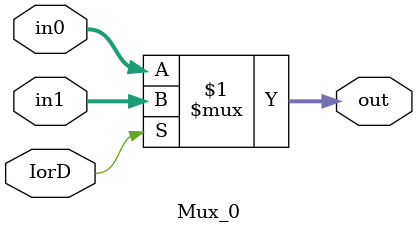
<source format=sv>
module Mux_0 (input logic [31:0] in0, in1, input logic IorD, output logic [31:0] out);

assign out = (IorD) ? in1:in0;

endmodule: Mux_0
</source>
